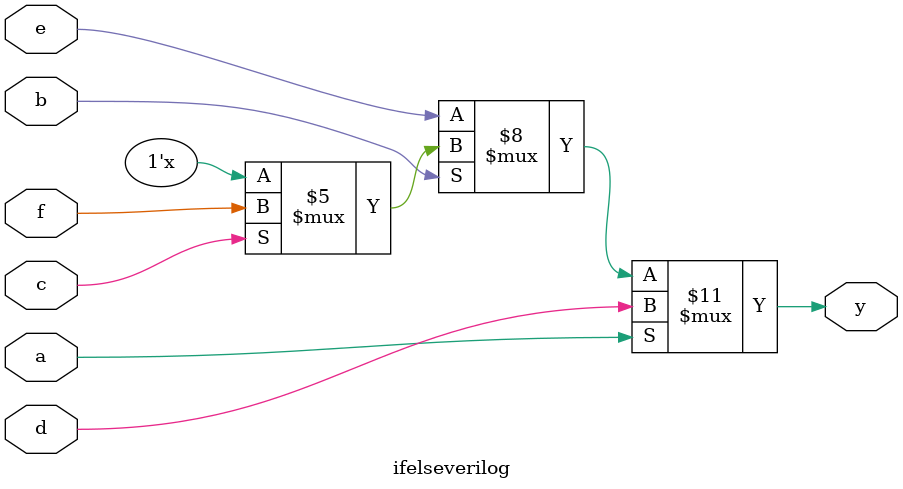
<source format=v>
module ifelseverilog(a,b,c,d,e,f,y);
    input a,b,c,d,e,f;
    output y;
    
    //reg sum,cout;
    always @ (a or b or cin)
    begin
        if (a==1) 
            y <= d;
        else if (b==0) 
            y <= e;
        else if (c==1)
            y <= f;
        else begin
        //    y <= 0;
        end
    end
endmodule

</source>
